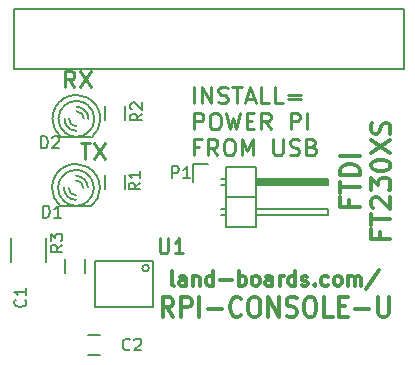
<source format=gbr>
G04 #@! TF.FileFunction,Legend,Top*
%FSLAX46Y46*%
G04 Gerber Fmt 4.6, Leading zero omitted, Abs format (unit mm)*
G04 Created by KiCad (PCBNEW 4.0.1-stable) date 7/13/2016 11:34:53 AM*
%MOMM*%
G01*
G04 APERTURE LIST*
%ADD10C,0.150000*%
%ADD11C,0.254000*%
%ADD12C,0.300000*%
%ADD13C,0.127000*%
%ADD14C,0.203200*%
G04 APERTURE END LIST*
D10*
D11*
X6229048Y-11934976D02*
X7027333Y-11934976D01*
X6628190Y-13331976D02*
X6628190Y-11934976D01*
X7359952Y-11934976D02*
X8291286Y-13331976D01*
X8291286Y-11934976D02*
X7359952Y-13331976D01*
X5702905Y-7235976D02*
X5237238Y-6570738D01*
X4904619Y-7235976D02*
X4904619Y-5838976D01*
X5436810Y-5838976D01*
X5569857Y-5905500D01*
X5636381Y-5972024D01*
X5702905Y-6105071D01*
X5702905Y-6304643D01*
X5636381Y-6437690D01*
X5569857Y-6504214D01*
X5436810Y-6570738D01*
X4904619Y-6570738D01*
X6168571Y-5838976D02*
X7099905Y-7235976D01*
X7099905Y-5838976D02*
X6168571Y-7235976D01*
D12*
X28996371Y-16791690D02*
X28996371Y-17342024D01*
X29861181Y-17342024D02*
X28210181Y-17342024D01*
X28210181Y-16555833D01*
X28210181Y-16162738D02*
X28210181Y-15219309D01*
X29861181Y-15691024D02*
X28210181Y-15691024D01*
X29861181Y-14668976D02*
X28210181Y-14668976D01*
X28210181Y-14275881D01*
X28288800Y-14040023D01*
X28446038Y-13882785D01*
X28603276Y-13804166D01*
X28917752Y-13725547D01*
X29153610Y-13725547D01*
X29468086Y-13804166D01*
X29625324Y-13882785D01*
X29782562Y-14040023D01*
X29861181Y-14275881D01*
X29861181Y-14668976D01*
X29861181Y-13017976D02*
X28210181Y-13017976D01*
X31607771Y-19504047D02*
X31607771Y-20054381D01*
X32472581Y-20054381D02*
X30821581Y-20054381D01*
X30821581Y-19268190D01*
X30821581Y-18875095D02*
X30821581Y-17931666D01*
X32472581Y-18403381D02*
X30821581Y-18403381D01*
X30978819Y-17459952D02*
X30900200Y-17381333D01*
X30821581Y-17224095D01*
X30821581Y-16830999D01*
X30900200Y-16673761D01*
X30978819Y-16595142D01*
X31136057Y-16516523D01*
X31293295Y-16516523D01*
X31529152Y-16595142D01*
X32472581Y-17538571D01*
X32472581Y-16516523D01*
X30821581Y-15966190D02*
X30821581Y-14944142D01*
X31450533Y-15494476D01*
X31450533Y-15258618D01*
X31529152Y-15101380D01*
X31607771Y-15022761D01*
X31765010Y-14944142D01*
X32158105Y-14944142D01*
X32315343Y-15022761D01*
X32393962Y-15101380D01*
X32472581Y-15258618D01*
X32472581Y-15730333D01*
X32393962Y-15887571D01*
X32315343Y-15966190D01*
X30821581Y-13922095D02*
X30821581Y-13764856D01*
X30900200Y-13607618D01*
X30978819Y-13528999D01*
X31136057Y-13450380D01*
X31450533Y-13371761D01*
X31843629Y-13371761D01*
X32158105Y-13450380D01*
X32315343Y-13528999D01*
X32393962Y-13607618D01*
X32472581Y-13764856D01*
X32472581Y-13922095D01*
X32393962Y-14079333D01*
X32315343Y-14157952D01*
X32158105Y-14236571D01*
X31843629Y-14315190D01*
X31450533Y-14315190D01*
X31136057Y-14236571D01*
X30978819Y-14157952D01*
X30900200Y-14079333D01*
X30821581Y-13922095D01*
X30821581Y-12821428D02*
X32472581Y-11720761D01*
X30821581Y-11720761D02*
X32472581Y-12821428D01*
X32393962Y-11170428D02*
X32472581Y-10934571D01*
X32472581Y-10541475D01*
X32393962Y-10384237D01*
X32315343Y-10305618D01*
X32158105Y-10226999D01*
X32000867Y-10226999D01*
X31843629Y-10305618D01*
X31765010Y-10384237D01*
X31686390Y-10541475D01*
X31607771Y-10855952D01*
X31529152Y-11013190D01*
X31450533Y-11091809D01*
X31293295Y-11170428D01*
X31136057Y-11170428D01*
X30978819Y-11091809D01*
X30900200Y-11013190D01*
X30821581Y-10855952D01*
X30821581Y-10462856D01*
X30900200Y-10226999D01*
D11*
X15826619Y-8582176D02*
X15826619Y-7185176D01*
X16491857Y-8582176D02*
X16491857Y-7185176D01*
X17290143Y-8582176D01*
X17290143Y-7185176D01*
X17888857Y-8515652D02*
X18088429Y-8582176D01*
X18421048Y-8582176D01*
X18554095Y-8515652D01*
X18620619Y-8449129D01*
X18687143Y-8316081D01*
X18687143Y-8183033D01*
X18620619Y-8049986D01*
X18554095Y-7983462D01*
X18421048Y-7916938D01*
X18154952Y-7850414D01*
X18021905Y-7783890D01*
X17955381Y-7717367D01*
X17888857Y-7584319D01*
X17888857Y-7451271D01*
X17955381Y-7318224D01*
X18021905Y-7251700D01*
X18154952Y-7185176D01*
X18487572Y-7185176D01*
X18687143Y-7251700D01*
X19086286Y-7185176D02*
X19884571Y-7185176D01*
X19485428Y-8582176D02*
X19485428Y-7185176D01*
X20283714Y-8183033D02*
X20948952Y-8183033D01*
X20150667Y-8582176D02*
X20616333Y-7185176D01*
X21082000Y-8582176D01*
X22212905Y-8582176D02*
X21547667Y-8582176D01*
X21547667Y-7185176D01*
X23343810Y-8582176D02*
X22678572Y-8582176D01*
X22678572Y-7185176D01*
X23809477Y-7850414D02*
X24873858Y-7850414D01*
X24873858Y-8249557D02*
X23809477Y-8249557D01*
X15826619Y-10791976D02*
X15826619Y-9394976D01*
X16358810Y-9394976D01*
X16491857Y-9461500D01*
X16558381Y-9528024D01*
X16624905Y-9661071D01*
X16624905Y-9860643D01*
X16558381Y-9993690D01*
X16491857Y-10060214D01*
X16358810Y-10126738D01*
X15826619Y-10126738D01*
X17489714Y-9394976D02*
X17755810Y-9394976D01*
X17888857Y-9461500D01*
X18021905Y-9594548D01*
X18088429Y-9860643D01*
X18088429Y-10326310D01*
X18021905Y-10592405D01*
X17888857Y-10725452D01*
X17755810Y-10791976D01*
X17489714Y-10791976D01*
X17356667Y-10725452D01*
X17223619Y-10592405D01*
X17157095Y-10326310D01*
X17157095Y-9860643D01*
X17223619Y-9594548D01*
X17356667Y-9461500D01*
X17489714Y-9394976D01*
X18554095Y-9394976D02*
X18886714Y-10791976D01*
X19152810Y-9794119D01*
X19418905Y-10791976D01*
X19751524Y-9394976D01*
X20283714Y-10060214D02*
X20749381Y-10060214D01*
X20948952Y-10791976D02*
X20283714Y-10791976D01*
X20283714Y-9394976D01*
X20948952Y-9394976D01*
X22345952Y-10791976D02*
X21880285Y-10126738D01*
X21547666Y-10791976D02*
X21547666Y-9394976D01*
X22079857Y-9394976D01*
X22212904Y-9461500D01*
X22279428Y-9528024D01*
X22345952Y-9661071D01*
X22345952Y-9860643D01*
X22279428Y-9993690D01*
X22212904Y-10060214D01*
X22079857Y-10126738D01*
X21547666Y-10126738D01*
X24009047Y-10791976D02*
X24009047Y-9394976D01*
X24541238Y-9394976D01*
X24674285Y-9461500D01*
X24740809Y-9528024D01*
X24807333Y-9661071D01*
X24807333Y-9860643D01*
X24740809Y-9993690D01*
X24674285Y-10060214D01*
X24541238Y-10126738D01*
X24009047Y-10126738D01*
X25406047Y-10791976D02*
X25406047Y-9394976D01*
X16292286Y-12270014D02*
X15826619Y-12270014D01*
X15826619Y-13001776D02*
X15826619Y-11604776D01*
X16491857Y-11604776D01*
X17822334Y-13001776D02*
X17356667Y-12336538D01*
X17024048Y-13001776D02*
X17024048Y-11604776D01*
X17556239Y-11604776D01*
X17689286Y-11671300D01*
X17755810Y-11737824D01*
X17822334Y-11870871D01*
X17822334Y-12070443D01*
X17755810Y-12203490D01*
X17689286Y-12270014D01*
X17556239Y-12336538D01*
X17024048Y-12336538D01*
X18687143Y-11604776D02*
X18953239Y-11604776D01*
X19086286Y-11671300D01*
X19219334Y-11804348D01*
X19285858Y-12070443D01*
X19285858Y-12536110D01*
X19219334Y-12802205D01*
X19086286Y-12935252D01*
X18953239Y-13001776D01*
X18687143Y-13001776D01*
X18554096Y-12935252D01*
X18421048Y-12802205D01*
X18354524Y-12536110D01*
X18354524Y-12070443D01*
X18421048Y-11804348D01*
X18554096Y-11671300D01*
X18687143Y-11604776D01*
X19884572Y-13001776D02*
X19884572Y-11604776D01*
X20350239Y-12602633D01*
X20815905Y-11604776D01*
X20815905Y-13001776D01*
X22545524Y-11604776D02*
X22545524Y-12735681D01*
X22612048Y-12868729D01*
X22678572Y-12935252D01*
X22811619Y-13001776D01*
X23077715Y-13001776D01*
X23210762Y-12935252D01*
X23277286Y-12868729D01*
X23343810Y-12735681D01*
X23343810Y-11604776D01*
X23942524Y-12935252D02*
X24142096Y-13001776D01*
X24474715Y-13001776D01*
X24607762Y-12935252D01*
X24674286Y-12868729D01*
X24740810Y-12735681D01*
X24740810Y-12602633D01*
X24674286Y-12469586D01*
X24607762Y-12403062D01*
X24474715Y-12336538D01*
X24208619Y-12270014D01*
X24075572Y-12203490D01*
X24009048Y-12136967D01*
X23942524Y-12003919D01*
X23942524Y-11870871D01*
X24009048Y-11737824D01*
X24075572Y-11671300D01*
X24208619Y-11604776D01*
X24541239Y-11604776D01*
X24740810Y-11671300D01*
X25805191Y-12270014D02*
X26004762Y-12336538D01*
X26071286Y-12403062D01*
X26137810Y-12536110D01*
X26137810Y-12735681D01*
X26071286Y-12868729D01*
X26004762Y-12935252D01*
X25871715Y-13001776D01*
X25339524Y-13001776D01*
X25339524Y-11604776D01*
X25805191Y-11604776D01*
X25938238Y-11671300D01*
X26004762Y-11737824D01*
X26071286Y-11870871D01*
X26071286Y-12003919D01*
X26004762Y-12136967D01*
X25938238Y-12203490D01*
X25805191Y-12270014D01*
X25339524Y-12270014D01*
D12*
X14133095Y-24044524D02*
X14012142Y-23984048D01*
X13951666Y-23863095D01*
X13951666Y-22774524D01*
X15161190Y-24044524D02*
X15161190Y-23379286D01*
X15100713Y-23258333D01*
X14979761Y-23197857D01*
X14737856Y-23197857D01*
X14616904Y-23258333D01*
X15161190Y-23984048D02*
X15040237Y-24044524D01*
X14737856Y-24044524D01*
X14616904Y-23984048D01*
X14556428Y-23863095D01*
X14556428Y-23742143D01*
X14616904Y-23621190D01*
X14737856Y-23560714D01*
X15040237Y-23560714D01*
X15161190Y-23500238D01*
X15765952Y-23197857D02*
X15765952Y-24044524D01*
X15765952Y-23318810D02*
X15826428Y-23258333D01*
X15947381Y-23197857D01*
X16128809Y-23197857D01*
X16249761Y-23258333D01*
X16310238Y-23379286D01*
X16310238Y-24044524D01*
X17459286Y-24044524D02*
X17459286Y-22774524D01*
X17459286Y-23984048D02*
X17338333Y-24044524D01*
X17096429Y-24044524D01*
X16975476Y-23984048D01*
X16915000Y-23923571D01*
X16854524Y-23802619D01*
X16854524Y-23439762D01*
X16915000Y-23318810D01*
X16975476Y-23258333D01*
X17096429Y-23197857D01*
X17338333Y-23197857D01*
X17459286Y-23258333D01*
X18064048Y-23560714D02*
X19031667Y-23560714D01*
X19636429Y-24044524D02*
X19636429Y-22774524D01*
X19636429Y-23258333D02*
X19757381Y-23197857D01*
X19999286Y-23197857D01*
X20120238Y-23258333D01*
X20180715Y-23318810D01*
X20241191Y-23439762D01*
X20241191Y-23802619D01*
X20180715Y-23923571D01*
X20120238Y-23984048D01*
X19999286Y-24044524D01*
X19757381Y-24044524D01*
X19636429Y-23984048D01*
X20966906Y-24044524D02*
X20845953Y-23984048D01*
X20785477Y-23923571D01*
X20725001Y-23802619D01*
X20725001Y-23439762D01*
X20785477Y-23318810D01*
X20845953Y-23258333D01*
X20966906Y-23197857D01*
X21148334Y-23197857D01*
X21269286Y-23258333D01*
X21329763Y-23318810D01*
X21390239Y-23439762D01*
X21390239Y-23802619D01*
X21329763Y-23923571D01*
X21269286Y-23984048D01*
X21148334Y-24044524D01*
X20966906Y-24044524D01*
X22478811Y-24044524D02*
X22478811Y-23379286D01*
X22418334Y-23258333D01*
X22297382Y-23197857D01*
X22055477Y-23197857D01*
X21934525Y-23258333D01*
X22478811Y-23984048D02*
X22357858Y-24044524D01*
X22055477Y-24044524D01*
X21934525Y-23984048D01*
X21874049Y-23863095D01*
X21874049Y-23742143D01*
X21934525Y-23621190D01*
X22055477Y-23560714D01*
X22357858Y-23560714D01*
X22478811Y-23500238D01*
X23083573Y-24044524D02*
X23083573Y-23197857D01*
X23083573Y-23439762D02*
X23144049Y-23318810D01*
X23204525Y-23258333D01*
X23325478Y-23197857D01*
X23446430Y-23197857D01*
X24414049Y-24044524D02*
X24414049Y-22774524D01*
X24414049Y-23984048D02*
X24293096Y-24044524D01*
X24051192Y-24044524D01*
X23930239Y-23984048D01*
X23869763Y-23923571D01*
X23809287Y-23802619D01*
X23809287Y-23439762D01*
X23869763Y-23318810D01*
X23930239Y-23258333D01*
X24051192Y-23197857D01*
X24293096Y-23197857D01*
X24414049Y-23258333D01*
X24958335Y-23984048D02*
X25079287Y-24044524D01*
X25321192Y-24044524D01*
X25442144Y-23984048D01*
X25502620Y-23863095D01*
X25502620Y-23802619D01*
X25442144Y-23681667D01*
X25321192Y-23621190D01*
X25139763Y-23621190D01*
X25018811Y-23560714D01*
X24958335Y-23439762D01*
X24958335Y-23379286D01*
X25018811Y-23258333D01*
X25139763Y-23197857D01*
X25321192Y-23197857D01*
X25442144Y-23258333D01*
X26046906Y-23923571D02*
X26107382Y-23984048D01*
X26046906Y-24044524D01*
X25986430Y-23984048D01*
X26046906Y-23923571D01*
X26046906Y-24044524D01*
X27195954Y-23984048D02*
X27075001Y-24044524D01*
X26833097Y-24044524D01*
X26712144Y-23984048D01*
X26651668Y-23923571D01*
X26591192Y-23802619D01*
X26591192Y-23439762D01*
X26651668Y-23318810D01*
X26712144Y-23258333D01*
X26833097Y-23197857D01*
X27075001Y-23197857D01*
X27195954Y-23258333D01*
X27921668Y-24044524D02*
X27800715Y-23984048D01*
X27740239Y-23923571D01*
X27679763Y-23802619D01*
X27679763Y-23439762D01*
X27740239Y-23318810D01*
X27800715Y-23258333D01*
X27921668Y-23197857D01*
X28103096Y-23197857D01*
X28224048Y-23258333D01*
X28284525Y-23318810D01*
X28345001Y-23439762D01*
X28345001Y-23802619D01*
X28284525Y-23923571D01*
X28224048Y-23984048D01*
X28103096Y-24044524D01*
X27921668Y-24044524D01*
X28889287Y-24044524D02*
X28889287Y-23197857D01*
X28889287Y-23318810D02*
X28949763Y-23258333D01*
X29070716Y-23197857D01*
X29252144Y-23197857D01*
X29373096Y-23258333D01*
X29433573Y-23379286D01*
X29433573Y-24044524D01*
X29433573Y-23379286D02*
X29494049Y-23258333D01*
X29615001Y-23197857D01*
X29796430Y-23197857D01*
X29917382Y-23258333D01*
X29977858Y-23379286D01*
X29977858Y-24044524D01*
X31489763Y-22714048D02*
X30401191Y-24346905D01*
X14077380Y-26656881D02*
X13560713Y-25870690D01*
X13191666Y-26656881D02*
X13191666Y-25005881D01*
X13782142Y-25005881D01*
X13929761Y-25084500D01*
X14003570Y-25163119D01*
X14077380Y-25320357D01*
X14077380Y-25556214D01*
X14003570Y-25713452D01*
X13929761Y-25792071D01*
X13782142Y-25870690D01*
X13191666Y-25870690D01*
X14741666Y-26656881D02*
X14741666Y-25005881D01*
X15332142Y-25005881D01*
X15479761Y-25084500D01*
X15553570Y-25163119D01*
X15627380Y-25320357D01*
X15627380Y-25556214D01*
X15553570Y-25713452D01*
X15479761Y-25792071D01*
X15332142Y-25870690D01*
X14741666Y-25870690D01*
X16291666Y-26656881D02*
X16291666Y-25005881D01*
X17029761Y-26027929D02*
X18210713Y-26027929D01*
X19834523Y-26499643D02*
X19760713Y-26578262D01*
X19539285Y-26656881D01*
X19391666Y-26656881D01*
X19170237Y-26578262D01*
X19022618Y-26421024D01*
X18948809Y-26263786D01*
X18874999Y-25949310D01*
X18874999Y-25713452D01*
X18948809Y-25398976D01*
X19022618Y-25241738D01*
X19170237Y-25084500D01*
X19391666Y-25005881D01*
X19539285Y-25005881D01*
X19760713Y-25084500D01*
X19834523Y-25163119D01*
X20794047Y-25005881D02*
X21089285Y-25005881D01*
X21236904Y-25084500D01*
X21384523Y-25241738D01*
X21458332Y-25556214D01*
X21458332Y-26106548D01*
X21384523Y-26421024D01*
X21236904Y-26578262D01*
X21089285Y-26656881D01*
X20794047Y-26656881D01*
X20646428Y-26578262D01*
X20498809Y-26421024D01*
X20424999Y-26106548D01*
X20424999Y-25556214D01*
X20498809Y-25241738D01*
X20646428Y-25084500D01*
X20794047Y-25005881D01*
X22122619Y-26656881D02*
X22122619Y-25005881D01*
X23008333Y-26656881D01*
X23008333Y-25005881D01*
X23672619Y-26578262D02*
X23894048Y-26656881D01*
X24263095Y-26656881D01*
X24410714Y-26578262D01*
X24484524Y-26499643D01*
X24558333Y-26342405D01*
X24558333Y-26185167D01*
X24484524Y-26027929D01*
X24410714Y-25949310D01*
X24263095Y-25870690D01*
X23967857Y-25792071D01*
X23820238Y-25713452D01*
X23746429Y-25634833D01*
X23672619Y-25477595D01*
X23672619Y-25320357D01*
X23746429Y-25163119D01*
X23820238Y-25084500D01*
X23967857Y-25005881D01*
X24336905Y-25005881D01*
X24558333Y-25084500D01*
X25517857Y-25005881D02*
X25813095Y-25005881D01*
X25960714Y-25084500D01*
X26108333Y-25241738D01*
X26182142Y-25556214D01*
X26182142Y-26106548D01*
X26108333Y-26421024D01*
X25960714Y-26578262D01*
X25813095Y-26656881D01*
X25517857Y-26656881D01*
X25370238Y-26578262D01*
X25222619Y-26421024D01*
X25148809Y-26106548D01*
X25148809Y-25556214D01*
X25222619Y-25241738D01*
X25370238Y-25084500D01*
X25517857Y-25005881D01*
X27584524Y-26656881D02*
X26846429Y-26656881D01*
X26846429Y-25005881D01*
X28101191Y-25792071D02*
X28617857Y-25792071D01*
X28839286Y-26656881D02*
X28101191Y-26656881D01*
X28101191Y-25005881D01*
X28839286Y-25005881D01*
X29503572Y-26027929D02*
X30684524Y-26027929D01*
X31422620Y-25005881D02*
X31422620Y-26342405D01*
X31496429Y-26499643D01*
X31570239Y-26578262D01*
X31717858Y-26656881D01*
X32013096Y-26656881D01*
X32160715Y-26578262D01*
X32234524Y-26499643D01*
X32308334Y-26342405D01*
X32308334Y-25005881D01*
D10*
X6866000Y-29933000D02*
X7866000Y-29933000D01*
X7866000Y-28233000D02*
X6866000Y-28233000D01*
X325000Y-20000000D02*
X325000Y-22000000D01*
X3275000Y-22000000D02*
X3275000Y-20000000D01*
D13*
X12382500Y-21907500D02*
X7429500Y-21907500D01*
X7429500Y-21907500D02*
X7429500Y-25844500D01*
X7429500Y-25844500D02*
X12382500Y-25844500D01*
X12382500Y-25844500D02*
X12382500Y-21907500D01*
X12031481Y-22542500D02*
G75*
G03X12031481Y-22542500I-283981J0D01*
G01*
D14*
X635000Y-5715000D02*
X33655000Y-5715000D01*
X33655000Y-635000D02*
X635000Y-635000D01*
X635000Y-635000D02*
X635000Y-5715000D01*
X33655000Y-5715000D02*
X33655000Y-635000D01*
D10*
X4572000Y-17322800D02*
X7112000Y-17322800D01*
X6817527Y-14577136D02*
G75*
G03X5842000Y-14224000I-975527J-1170864D01*
G01*
X5841531Y-14225889D02*
G75*
G03X4831080Y-14610080I469J-1522111D01*
G01*
X5842034Y-17270147D02*
G75*
G03X6832600Y-16903700I-34J1522147D01*
G01*
X4866473Y-16918864D02*
G75*
G03X5842000Y-17272000I975527J1170864D01*
G01*
X6729155Y-16987166D02*
G75*
G03X7366000Y-15748000I-887155J1239166D01*
G01*
X7366000Y-15747199D02*
G75*
G03X6756400Y-14528800I-1524000J-801D01*
G01*
X4319794Y-15748442D02*
G75*
G03X4907280Y-16949420I1522206J442D01*
G01*
X4905829Y-14545436D02*
G75*
G03X4318000Y-15748000I936171J-1202564D01*
G01*
X6477000Y-15748000D02*
G75*
G03X5842000Y-15113000I-635000J0D01*
G01*
X6858000Y-15748000D02*
G75*
G03X5842000Y-14732000I-1016000J0D01*
G01*
X5207000Y-15748000D02*
G75*
G03X5842000Y-16383000I635000J0D01*
G01*
X4826000Y-15748000D02*
G75*
G03X5842000Y-16764000I1016000J0D01*
G01*
X7145426Y-17306880D02*
G75*
G03X7874000Y-15748000I-1303426J1558880D01*
G01*
X7871460Y-15747025D02*
G75*
G03X6797040Y-13957300I-2029460J-975D01*
G01*
X3812614Y-15750552D02*
G75*
G03X4531360Y-17297400I2029386J2552D01*
G01*
X4832149Y-13984701D02*
G75*
G03X3810000Y-15748000I1009851J-1763299D01*
G01*
X6805347Y-13958870D02*
G75*
G03X5842000Y-13716000I-963347J-1789130D01*
G01*
X5841900Y-13717077D02*
G75*
G03X4777740Y-14018260I100J-2030923D01*
G01*
X4610000Y-11478800D02*
X7150000Y-11478800D01*
X6855527Y-8733136D02*
G75*
G03X5880000Y-8380000I-975527J-1170864D01*
G01*
X5879531Y-8381889D02*
G75*
G03X4869080Y-8766080I469J-1522111D01*
G01*
X5880034Y-11426147D02*
G75*
G03X6870600Y-11059700I-34J1522147D01*
G01*
X4904473Y-11074864D02*
G75*
G03X5880000Y-11428000I975527J1170864D01*
G01*
X6767155Y-11143166D02*
G75*
G03X7404000Y-9904000I-887155J1239166D01*
G01*
X7404000Y-9903199D02*
G75*
G03X6794400Y-8684800I-1524000J-801D01*
G01*
X4357794Y-9904442D02*
G75*
G03X4945280Y-11105420I1522206J442D01*
G01*
X4943829Y-8701436D02*
G75*
G03X4356000Y-9904000I936171J-1202564D01*
G01*
X6515000Y-9904000D02*
G75*
G03X5880000Y-9269000I-635000J0D01*
G01*
X6896000Y-9904000D02*
G75*
G03X5880000Y-8888000I-1016000J0D01*
G01*
X5245000Y-9904000D02*
G75*
G03X5880000Y-10539000I635000J0D01*
G01*
X4864000Y-9904000D02*
G75*
G03X5880000Y-10920000I1016000J0D01*
G01*
X7183426Y-11462880D02*
G75*
G03X7912000Y-9904000I-1303426J1558880D01*
G01*
X7909460Y-9903025D02*
G75*
G03X6835040Y-8113300I-2029460J-975D01*
G01*
X3850614Y-9906552D02*
G75*
G03X4569360Y-11453400I2029386J2552D01*
G01*
X4870149Y-8140701D02*
G75*
G03X3848000Y-9904000I1009851J-1763299D01*
G01*
X6843347Y-8114870D02*
G75*
G03X5880000Y-7872000I-963347J-1789130D01*
G01*
X5879900Y-7873077D02*
G75*
G03X4815740Y-8174260I100J-2030923D01*
G01*
X6635000Y-21740000D02*
X6635000Y-22940000D01*
X4885000Y-22940000D02*
X4885000Y-21740000D01*
X10019000Y-14640000D02*
X10019000Y-15840000D01*
X8269000Y-15840000D02*
X8269000Y-14640000D01*
X10019000Y-8798000D02*
X10019000Y-9998000D01*
X8269000Y-9998000D02*
X8269000Y-8798000D01*
X15718000Y-13690000D02*
X15718000Y-15240000D01*
X17018000Y-13690000D02*
X15718000Y-13690000D01*
X21209000Y-15113000D02*
X27051000Y-15113000D01*
X27051000Y-15113000D02*
X27051000Y-15367000D01*
X27051000Y-15367000D02*
X21209000Y-15367000D01*
X21209000Y-15367000D02*
X21209000Y-15240000D01*
X21209000Y-15240000D02*
X27051000Y-15240000D01*
X18542000Y-14986000D02*
X18161000Y-14986000D01*
X18542000Y-15494000D02*
X18161000Y-15494000D01*
X18542000Y-17526000D02*
X18161000Y-17526000D01*
X18542000Y-18034000D02*
X18161000Y-18034000D01*
X18542000Y-13970000D02*
X21082000Y-13970000D01*
X18542000Y-16510000D02*
X21082000Y-16510000D01*
X18542000Y-16510000D02*
X18542000Y-19050000D01*
X18542000Y-19050000D02*
X21082000Y-19050000D01*
X21082000Y-17526000D02*
X27178000Y-17526000D01*
X27178000Y-17526000D02*
X27178000Y-18034000D01*
X27178000Y-18034000D02*
X21082000Y-18034000D01*
X21082000Y-19050000D02*
X21082000Y-16510000D01*
X21082000Y-16510000D02*
X21082000Y-13970000D01*
X27178000Y-15494000D02*
X21082000Y-15494000D01*
X27178000Y-14986000D02*
X27178000Y-15494000D01*
X21082000Y-14986000D02*
X27178000Y-14986000D01*
X18542000Y-16510000D02*
X21082000Y-16510000D01*
X18542000Y-13970000D02*
X18542000Y-16510000D01*
X10403334Y-29417143D02*
X10355715Y-29464762D01*
X10212858Y-29512381D01*
X10117620Y-29512381D01*
X9974762Y-29464762D01*
X9879524Y-29369524D01*
X9831905Y-29274286D01*
X9784286Y-29083810D01*
X9784286Y-28940952D01*
X9831905Y-28750476D01*
X9879524Y-28655238D01*
X9974762Y-28560000D01*
X10117620Y-28512381D01*
X10212858Y-28512381D01*
X10355715Y-28560000D01*
X10403334Y-28607619D01*
X10784286Y-28607619D02*
X10831905Y-28560000D01*
X10927143Y-28512381D01*
X11165239Y-28512381D01*
X11260477Y-28560000D01*
X11308096Y-28607619D01*
X11355715Y-28702857D01*
X11355715Y-28798095D01*
X11308096Y-28940952D01*
X10736667Y-29512381D01*
X11355715Y-29512381D01*
X1537143Y-25216666D02*
X1584762Y-25264285D01*
X1632381Y-25407142D01*
X1632381Y-25502380D01*
X1584762Y-25645238D01*
X1489524Y-25740476D01*
X1394286Y-25788095D01*
X1203810Y-25835714D01*
X1060952Y-25835714D01*
X870476Y-25788095D01*
X775238Y-25740476D01*
X680000Y-25645238D01*
X632381Y-25502380D01*
X632381Y-25407142D01*
X680000Y-25264285D01*
X727619Y-25216666D01*
X1632381Y-24264285D02*
X1632381Y-24835714D01*
X1632381Y-24550000D02*
X632381Y-24550000D01*
X775238Y-24645238D01*
X870476Y-24740476D01*
X918095Y-24835714D01*
D11*
X12924381Y-20030524D02*
X12924381Y-21058619D01*
X12984857Y-21179571D01*
X13045333Y-21240048D01*
X13166286Y-21300524D01*
X13408190Y-21300524D01*
X13529143Y-21240048D01*
X13589619Y-21179571D01*
X13650095Y-21058619D01*
X13650095Y-20030524D01*
X14920095Y-21300524D02*
X14194381Y-21300524D01*
X14557238Y-21300524D02*
X14557238Y-20030524D01*
X14436286Y-20211952D01*
X14315333Y-20332905D01*
X14194381Y-20393381D01*
D10*
X3061905Y-18262381D02*
X3061905Y-17262381D01*
X3300000Y-17262381D01*
X3442858Y-17310000D01*
X3538096Y-17405238D01*
X3585715Y-17500476D01*
X3633334Y-17690952D01*
X3633334Y-17833810D01*
X3585715Y-18024286D01*
X3538096Y-18119524D01*
X3442858Y-18214762D01*
X3300000Y-18262381D01*
X3061905Y-18262381D01*
X4585715Y-18262381D02*
X4014286Y-18262381D01*
X4300000Y-18262381D02*
X4300000Y-17262381D01*
X4204762Y-17405238D01*
X4109524Y-17500476D01*
X4014286Y-17548095D01*
X2891905Y-12392381D02*
X2891905Y-11392381D01*
X3130000Y-11392381D01*
X3272858Y-11440000D01*
X3368096Y-11535238D01*
X3415715Y-11630476D01*
X3463334Y-11820952D01*
X3463334Y-11963810D01*
X3415715Y-12154286D01*
X3368096Y-12249524D01*
X3272858Y-12344762D01*
X3130000Y-12392381D01*
X2891905Y-12392381D01*
X3844286Y-11487619D02*
X3891905Y-11440000D01*
X3987143Y-11392381D01*
X4225239Y-11392381D01*
X4320477Y-11440000D01*
X4368096Y-11487619D01*
X4415715Y-11582857D01*
X4415715Y-11678095D01*
X4368096Y-11820952D01*
X3796667Y-12392381D01*
X4415715Y-12392381D01*
X4702381Y-20576666D02*
X4226190Y-20910000D01*
X4702381Y-21148095D02*
X3702381Y-21148095D01*
X3702381Y-20767142D01*
X3750000Y-20671904D01*
X3797619Y-20624285D01*
X3892857Y-20576666D01*
X4035714Y-20576666D01*
X4130952Y-20624285D01*
X4178571Y-20671904D01*
X4226190Y-20767142D01*
X4226190Y-21148095D01*
X3702381Y-20243333D02*
X3702381Y-19624285D01*
X4083333Y-19957619D01*
X4083333Y-19814761D01*
X4130952Y-19719523D01*
X4178571Y-19671904D01*
X4273810Y-19624285D01*
X4511905Y-19624285D01*
X4607143Y-19671904D01*
X4654762Y-19719523D01*
X4702381Y-19814761D01*
X4702381Y-20100476D01*
X4654762Y-20195714D01*
X4607143Y-20243333D01*
X11300381Y-15300166D02*
X10824190Y-15633500D01*
X11300381Y-15871595D02*
X10300381Y-15871595D01*
X10300381Y-15490642D01*
X10348000Y-15395404D01*
X10395619Y-15347785D01*
X10490857Y-15300166D01*
X10633714Y-15300166D01*
X10728952Y-15347785D01*
X10776571Y-15395404D01*
X10824190Y-15490642D01*
X10824190Y-15871595D01*
X11300381Y-14347785D02*
X11300381Y-14919214D01*
X11300381Y-14633500D02*
X10300381Y-14633500D01*
X10443238Y-14728738D01*
X10538476Y-14823976D01*
X10586095Y-14919214D01*
X11450381Y-9470166D02*
X10974190Y-9803500D01*
X11450381Y-10041595D02*
X10450381Y-10041595D01*
X10450381Y-9660642D01*
X10498000Y-9565404D01*
X10545619Y-9517785D01*
X10640857Y-9470166D01*
X10783714Y-9470166D01*
X10878952Y-9517785D01*
X10926571Y-9565404D01*
X10974190Y-9660642D01*
X10974190Y-10041595D01*
X10545619Y-9089214D02*
X10498000Y-9041595D01*
X10450381Y-8946357D01*
X10450381Y-8708261D01*
X10498000Y-8613023D01*
X10545619Y-8565404D01*
X10640857Y-8517785D01*
X10736095Y-8517785D01*
X10878952Y-8565404D01*
X11450381Y-9136833D01*
X11450381Y-8517785D01*
X13993905Y-14930381D02*
X13993905Y-13930381D01*
X14374858Y-13930381D01*
X14470096Y-13978000D01*
X14517715Y-14025619D01*
X14565334Y-14120857D01*
X14565334Y-14263714D01*
X14517715Y-14358952D01*
X14470096Y-14406571D01*
X14374858Y-14454190D01*
X13993905Y-14454190D01*
X15517715Y-14930381D02*
X14946286Y-14930381D01*
X15232000Y-14930381D02*
X15232000Y-13930381D01*
X15136762Y-14073238D01*
X15041524Y-14168476D01*
X14946286Y-14216095D01*
M02*

</source>
